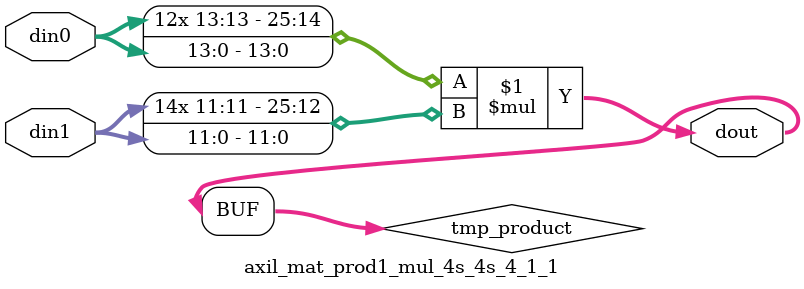
<source format=v>

`timescale 1 ns / 1 ps

 module axil_mat_prod1_mul_4s_4s_4_1_1(din0, din1, dout);
parameter ID = 1;
parameter NUM_STAGE = 0;
parameter din0_WIDTH = 14;
parameter din1_WIDTH = 12;
parameter dout_WIDTH = 26;

input [din0_WIDTH - 1 : 0] din0; 
input [din1_WIDTH - 1 : 0] din1; 
output [dout_WIDTH - 1 : 0] dout;

wire signed [dout_WIDTH - 1 : 0] tmp_product;



























assign tmp_product = $signed(din0) * $signed(din1);








assign dout = tmp_product;





















endmodule

</source>
